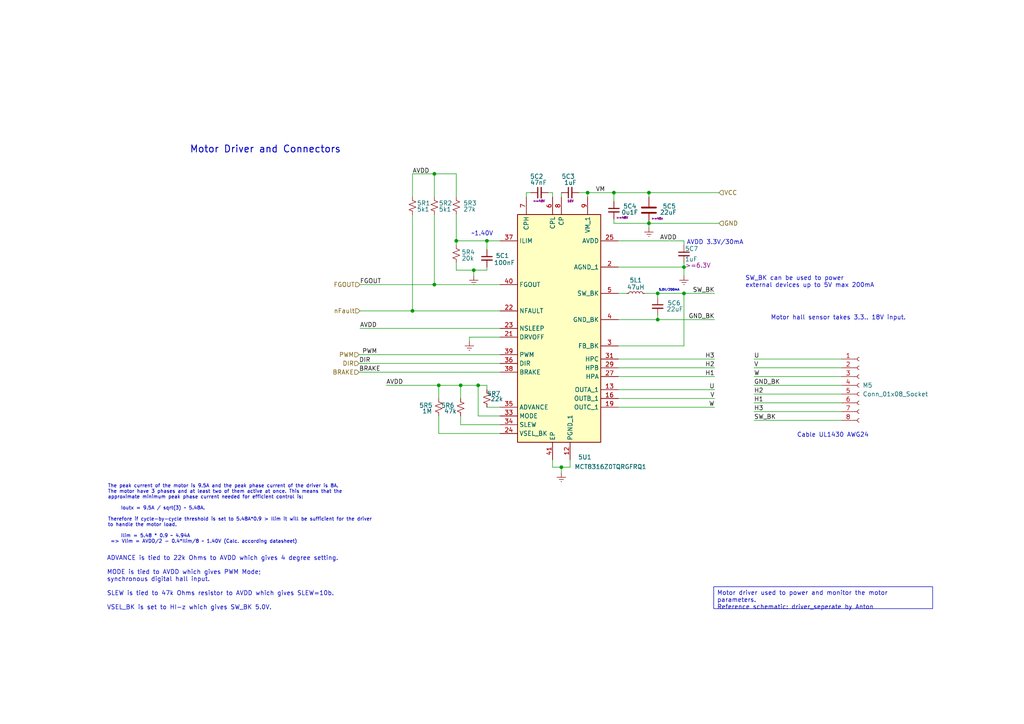
<source format=kicad_sch>
(kicad_sch (version 20231120) (generator "eeschema") (generator_version "8.0")
  (paper "A4")
  (lib_symbols
    (symbol "Connector:Conn_01x08_Socket" (pin_names (offset 1.016) hide)
      (property "Reference" "J" (at 0 10.16 0))
      (property "Value" "Conn_01x08_Socket" (at 0 -12.7 0))
      (symbol "Conn_01x08_Socket_1_1"
        (arc (start 0 -9.652) (mid -0.5058 -10.16) (end 0 -10.668) (stroke (width 0.1524)))
        (arc (start 0 -7.112) (mid -0.5058 -7.62) (end 0 -8.128) (stroke (width 0.1524)))
        (arc (start 0 -4.572) (mid -0.5058 -5.08) (end 0 -5.588) (stroke (width 0.1524)))
        (arc (start 0 -2.032) (mid -0.5058 -2.54) (end 0 -3.048) (stroke (width 0.1524)))
        (polyline (pts (xy -1.27 -10.16) (xy -0.508 -10.16)) (stroke (width 0.1524)))
        (polyline (pts (xy -1.27 -7.62) (xy -0.508 -7.62)) (stroke (width 0.1524)))
        (polyline (pts (xy -1.27 -5.08) (xy -0.508 -5.08)) (stroke (width 0.1524)))
        (polyline (pts (xy -1.27 -2.54) (xy -0.508 -2.54)) (stroke (width 0.1524)))
        (polyline (pts (xy -1.27 0) (xy -0.508 0)) (stroke (width 0.1524)))
        (polyline (pts (xy -1.27 2.54) (xy -0.508 2.54)) (stroke (width 0.1524)))
        (polyline (pts (xy -1.27 5.08) (xy -0.508 5.08)) (stroke (width 0.1524)))
        (polyline (pts (xy -1.27 7.62) (xy -0.508 7.62)) (stroke (width 0.1524)))
        (arc (start 0 0.508) (mid -0.5058 0) (end 0 -0.508) (stroke (width 0.1524)))
        (arc (start 0 3.048) (mid -0.5058 2.54) (end 0 2.032) (stroke (width 0.1524)))
        (arc (start 0 5.588) (mid -0.5058 5.08) (end 0 4.572) (stroke (width 0.1524)))
        (arc (start 0 8.128) (mid -0.5058 7.62) (end 0 7.112) (stroke (width 0.1524)))
        (pin passive line (at -5.08 7.62 0) (length 3.81) (name "Pin_1") (number "1"))
        (pin passive line (at -5.08 5.08 0) (length 3.81) (name "Pin_2") (number "2"))
        (pin passive line (at -5.08 2.54 0) (length 3.81) (name "Pin_3") (number "3"))
        (pin passive line (at -5.08 0 0) (length 3.81) (name "Pin_4") (number "4"))
        (pin passive line (at -5.08 -2.54 0) (length 3.81) (name "Pin_5") (number "5"))
        (pin passive line (at -5.08 -5.08 0) (length 3.81) (name "Pin_6") (number "6"))
        (pin passive line (at -5.08 -7.62 0) (length 3.81) (name "Pin_7") (number "7"))
        (pin passive line (at -5.08 -10.16 0) (length 3.81) (name "Pin_8") (number "8"))
      )
    )
    (symbol "Device:C" (pin_numbers hide) (pin_names (offset 0.254))
      (property "Reference" "C" (at 0.635 2.54 0))
      (property "Value" "C" (at 0.635 -2.54 0))
      (symbol "C_0_1"
        (polyline (pts (xy -2.032 -0.762) (xy 2.032 -0.762)) (stroke (width 0.508)))
        (polyline (pts (xy -2.032 0.762) (xy 2.032 0.762)) (stroke (width 0.508)))
      )
      (symbol "C_1_1"
        (pin passive line (at 0 3.81 270) (length 2.794) (name "~") (number "1"))
        (pin passive line (at 0 -3.81 90) (length 2.794) (name "~") (number "2"))
      )
    )
    (symbol "Device:C_Small" (pin_numbers hide) (pin_names (offset 0.254) hide)
      (property "Reference" "C" (at 0.254 1.778 0))
      (property "Value" "C_Small" (at 0.254 -2.032 0))
      (symbol "C_Small_0_1"
        (polyline (pts (xy -1.524 -0.508) (xy 1.524 -0.508)) (stroke (width 0.3302)))
        (polyline (pts (xy -1.524 0.508) (xy 1.524 0.508)) (stroke (width 0.3048)))
      )
      (symbol "C_Small_1_1"
        (pin passive line (at 0 2.54 270) (length 2.032) (name "~") (number "1"))
        (pin passive line (at 0 -2.54 90) (length 2.032) (name "~") (number "2"))
      )
    )
    (symbol "Device:L_Small" (pin_numbers hide) (pin_names (offset 0.254) hide)
      (property "Reference" "L" (at 0.762 1.016 0))
      (property "Value" "L_Small" (at 0.762 -1.016 0))
      (symbol "L_Small_0_1"
        (arc (start 0 -2.032) (mid 0.5058 -1.524) (end 0 -1.016))
        (arc (start 0 -1.016) (mid 0.5058 -0.508) (end 0 0))
        (arc (start 0 0) (mid 0.5058 0.508) (end 0 1.016))
        (arc (start 0 1.016) (mid 0.5058 1.524) (end 0 2.032))
      )
      (symbol "L_Small_1_1"
        (pin passive line (at 0 2.54 270) (length 0.508) (name "~") (number "1"))
        (pin passive line (at 0 -2.54 90) (length 0.508) (name "~") (number "2"))
      )
    )
    (symbol "Device:R_Small_US" (pin_numbers hide) (pin_names (offset 0.254) hide)
      (property "Reference" "R" (at 0.762 0.508 0))
      (property "Value" "R_Small_US" (at 0.762 -1.016 0))
      (symbol "R_Small_US_1_1"
        (polyline (pts (xy 0 0) (xy 1.016 -0.381) (xy 0 -0.762) (xy -1.016 -1.143) (xy 0 -1.524)))
        (polyline (pts (xy 0 1.524) (xy 1.016 1.143) (xy 0 0.762) (xy -1.016 0.381) (xy 0 0)))
        (pin passive line (at 0 2.54 270) (length 1.016) (name "~") (number "1"))
        (pin passive line (at 0 -2.54 90) (length 1.016) (name "~") (number "2"))
      )
    )
    (symbol "MCT8316Z0TQRGFRQ1:MCT8316Z0TQRGFRQ1"
      (property "Reference" "IC?" (at 5.08 -54.61 0))
      (property "Value" "MCT8316Z0TQRGFRQ1" (at 21.59 -54.61 0))
      (symbol "MCT8316Z0TQRGFRQ1_1_1"
        (rectangle (start 5.08 12.7) (end 29.21 -53.34) (stroke (width 0.254)) (fill (type background)))
        (pin no_connect line (at 29.21 -5.08 180) (length 5.08) hide (name "NC") (number "1"))
        (pin passive line (at 25.4 17.78 270) (length 5.08) hide (name "VM_2") (number "10"))
        (pin passive line (at 25.4 17.78 270) (length 5.08) hide (name "VM_3") (number "11"))
        (pin passive line (at 20.32 -58.42 90) (length 5.08) (name "PGND_1") (number "12"))
        (pin passive line (at 34.29 -38.1 180) (length 5.08) (name "OUTA_1") (number "13"))
        (pin passive line (at 34.29 -38.1 180) (length 5.08) hide (name "OUTA_2") (number "14"))
        (pin passive line (at 20.32 -58.42 90) (length 5.08) hide (name "PGND_2") (number "15"))
        (pin passive line (at 34.29 -40.64 180) (length 5.08) (name "OUTB_1") (number "16"))
        (pin passive line (at 34.29 -40.64 180) (length 5.08) hide (name "OUTB_2") (number "17"))
        (pin passive line (at 20.32 -58.42 90) (length 5.08) hide (name "PGND_3") (number "18"))
        (pin passive line (at 34.29 -43.18 180) (length 5.08) (name "OUTC_1") (number "19"))
        (pin passive line (at 34.29 -2.54 180) (length 5.08) (name "AGND_1") (number "2"))
        (pin passive line (at 34.29 -43.18 180) (length 5.08) hide (name "OUTC_2") (number "20"))
        (pin passive line (at 0 -22.86 0) (length 5.08) (name "DRVOFF") (number "21"))
        (pin passive line (at 0 -15.24 0) (length 5.08) (name "NFAULT") (number "22"))
        (pin passive line (at 0 -20.32 0) (length 5.08) (name "NSLEEP") (number "23"))
        (pin passive line (at 0 -50.8 0) (length 5.08) (name "VSEL_BK") (number "24"))
        (pin passive line (at 34.29 5.08 180) (length 5.08) (name "AVDD") (number "25"))
        (pin passive line (at 34.29 -2.54 180) (length 5.08) hide (name "AGND_2") (number "26"))
        (pin passive line (at 34.29 -34.29 180) (length 5.08) (name "HPA") (number "27"))
        (pin no_connect line (at 29.21 -21.59 180) (length 5.08) hide (name "HNA") (number "28"))
        (pin passive line (at 34.29 -31.75 180) (length 5.08) (name "HPB") (number "29"))
        (pin passive line (at 34.29 -25.4 180) (length 5.08) (name "FB_BK") (number "3"))
        (pin no_connect line (at 29.21 -21.59 180) (length 5.08) hide (name "HNB") (number "30"))
        (pin passive line (at 34.29 -29.21 180) (length 5.08) (name "HPC") (number "31"))
        (pin no_connect line (at 29.21 -21.59 180) (length 5.08) hide (name "HNC") (number "32"))
        (pin passive line (at 0 -45.72 0) (length 5.08) (name "MODE") (number "33"))
        (pin passive line (at 0 -48.26 0) (length 5.08) (name "SLEW") (number "34"))
        (pin passive line (at 0 -43.18 0) (length 5.08) (name "ADVANCE") (number "35"))
        (pin passive line (at 0 -30.48 0) (length 5.08) (name "DIR") (number "36"))
        (pin passive line (at 0 5.08 0) (length 5.08) (name "ILIM") (number "37"))
        (pin passive line (at 0 -33.02 0) (length 5.08) (name "BRAKE") (number "38"))
        (pin passive line (at 0 -27.94 0) (length 5.08) (name "PWM") (number "39"))
        (pin passive line (at 34.29 -17.78 180) (length 5.08) (name "GND_BK") (number "4"))
        (pin passive line (at 0 -7.62 0) (length 5.08) (name "FGOUT") (number "40"))
        (pin passive line (at 15.24 -58.42 90) (length 5.08) (name "EP") (number "41"))
        (pin passive line (at 34.29 -10.16 180) (length 5.08) (name "SW_BK") (number "5"))
        (pin passive line (at 15.24 17.78 270) (length 5.08) (name "CPL") (number "6"))
        (pin passive line (at 7.62 17.78 270) (length 5.08) (name "CPH") (number "7"))
        (pin passive line (at 17.78 17.78 270) (length 5.08) (name "CP") (number "8"))
        (pin passive line (at 25.4 17.78 270) (length 5.08) (name "VM_1") (number "9"))
      )
    )
    (symbol "power:GNDREF" (power) (pin_names (offset 0))
      (property "Value" "GNDREF" (at 0 -3.81 0))
      (symbol "GNDREF_0_1"
        (polyline (pts (xy -0.635 -1.905) (xy 0.635 -1.905)))
        (polyline (pts (xy -0.127 -2.54) (xy 0.127 -2.54)))
        (polyline (pts (xy 0 -1.27) (xy 0 0)))
        (polyline (pts (xy 1.27 -1.27) (xy -1.27 -1.27)))
      )
      (symbol "GNDREF_1_1"
        (pin power_in line (at 0 0 270) (length 0) hide (name "GNDREF") (number "1"))
      )
    )
  )
  (junction (at 127.254 111.76))
  (junction (at 188.214 55.88))
  (junction (at 125.984 50.419))
  (junction (at 162.814 135.509))
  (junction (at 119.634 90.17))
  (junction (at 138.684 111.76))
  (junction (at 170.434 55.88))
  (junction (at 188.214 64.77))
  (junction (at 178.054 55.88))
  (junction (at 198.374 77.47))
  (junction (at 198.374 85.09))
  (junction (at 125.984 82.55))
  (junction (at 190.754 85.09))
  (junction (at 132.334 69.85))
  (junction (at 190.754 92.71))
  (junction (at 133.604 111.76))
  (junction (at 137.414 78.359))
  (junction (at 141.224 69.85))
  (wire (pts (xy 178.054 63.5) (xy 178.054 64.77)))
  (wire (pts (xy 188.214 55.88) (xy 188.214 57.15)))
  (wire (pts (xy 133.604 123.19) (xy 145.034 123.19)))
  (wire (pts (xy 198.374 69.85) (xy 198.374 71.12)))
  (wire (pts (xy 104.394 95.25) (xy 145.034 95.25)))
  (wire (pts (xy 152.654 55.88) (xy 153.924 55.88)))
  (wire (pts (xy 141.224 77.47) (xy 141.224 78.359)))
  (wire (pts (xy 141.224 111.76) (xy 141.224 113.03)))
  (wire (pts (xy 179.324 100.33) (xy 198.374 100.33)))
  (wire (pts (xy 198.374 85.09) (xy 207.264 85.09)))
  (wire (pts (xy 218.694 119.38) (xy 244.094 119.38)))
  (wire (pts (xy 179.324 92.71) (xy 190.754 92.71)))
  (wire (pts (xy 218.694 109.22) (xy 244.094 109.22)))
  (wire (pts (xy 127.254 120.65) (xy 127.254 125.73)))
  (wire (pts (xy 132.334 78.359) (xy 132.334 76.2)))
  (wire (pts (xy 132.334 69.85) (xy 132.334 71.12)))
  (wire (pts (xy 198.374 77.47) (xy 198.374 80.01)))
  (wire (pts (xy 137.414 78.359) (xy 141.224 78.359)))
  (wire (pts (xy 179.324 118.11) (xy 207.264 118.11)))
  (wire (pts (xy 218.694 111.76) (xy 244.094 111.76)))
  (wire (pts (xy 119.634 90.17) (xy 145.034 90.17)))
  (wire (pts (xy 104.14 105.41) (xy 145.034 105.41)))
  (wire (pts (xy 188.214 64.77) (xy 208.534 64.77)))
  (wire (pts (xy 179.324 106.68) (xy 207.264 106.68)))
  (wire (pts (xy 132.334 50.419) (xy 132.334 57.15)))
  (wire (pts (xy 188.214 55.88) (xy 208.534 55.88)))
  (wire (pts (xy 190.754 85.09) (xy 190.754 86.36)))
  (wire (pts (xy 136.144 97.79) (xy 145.034 97.79)))
  (wire (pts (xy 141.224 69.85) (xy 141.224 72.39)))
  (wire (pts (xy 141.224 118.11) (xy 145.034 118.11)))
  (wire (pts (xy 190.754 92.71) (xy 207.264 92.71)))
  (wire (pts (xy 112.014 111.76) (xy 127.254 111.76)))
  (wire (pts (xy 138.684 111.76) (xy 141.224 111.76)))
  (wire (pts (xy 165.354 135.509) (xy 162.814 135.509)))
  (wire (pts (xy 137.414 78.359) (xy 137.414 80.01)))
  (wire (pts (xy 178.054 64.77) (xy 188.214 64.77)))
  (wire (pts (xy 218.694 106.68) (xy 244.094 106.68)))
  (wire (pts (xy 162.814 135.509) (xy 162.814 137.16)))
  (wire (pts (xy 179.324 109.22) (xy 207.264 109.22)))
  (wire (pts (xy 218.694 114.3) (xy 244.094 114.3)))
  (wire (pts (xy 125.984 50.419) (xy 125.984 57.15)))
  (wire (pts (xy 218.694 121.92) (xy 244.094 121.92)))
  (wire (pts (xy 119.634 62.23) (xy 119.634 90.17)))
  (wire (pts (xy 188.214 64.77) (xy 188.214 66.04)))
  (wire (pts (xy 136.144 97.79) (xy 136.144 99.06)))
  (wire (pts (xy 165.354 133.35) (xy 165.354 135.509)))
  (wire (pts (xy 170.434 55.88) (xy 170.434 57.15)))
  (wire (pts (xy 125.984 50.419) (xy 132.334 50.419)))
  (wire (pts (xy 127.254 115.57) (xy 127.254 111.76)))
  (wire (pts (xy 104.14 107.95) (xy 145.034 107.95)))
  (wire (pts (xy 119.634 50.419) (xy 119.634 57.15)))
  (wire (pts (xy 186.944 85.09) (xy 190.754 85.09)))
  (wire (pts (xy 218.694 116.84) (xy 244.094 116.84)))
  (wire (pts (xy 160.274 55.88) (xy 159.004 55.88)))
  (wire (pts (xy 170.434 55.88) (xy 178.054 55.88)))
  (wire (pts (xy 179.324 115.57) (xy 207.264 115.57)))
  (wire (pts (xy 132.334 69.85) (xy 141.224 69.85)))
  (wire (pts (xy 190.754 91.44) (xy 190.754 92.71)))
  (wire (pts (xy 138.684 120.65) (xy 145.034 120.65)))
  (wire (pts (xy 104.14 102.87) (xy 145.034 102.87)))
  (wire (pts (xy 179.324 69.85) (xy 198.374 69.85)))
  (wire (pts (xy 132.334 62.23) (xy 132.334 69.85)))
  (wire (pts (xy 152.654 55.88) (xy 152.654 57.15)))
  (wire (pts (xy 179.324 113.03) (xy 207.264 113.03)))
  (wire (pts (xy 162.814 135.509) (xy 160.274 135.509)))
  (wire (pts (xy 198.374 85.09) (xy 198.374 100.33)))
  (wire (pts (xy 119.634 50.419) (xy 125.984 50.419)))
  (wire (pts (xy 179.324 104.14) (xy 207.264 104.14)))
  (wire (pts (xy 160.274 135.509) (xy 160.274 133.35)))
  (wire (pts (xy 190.754 85.09) (xy 198.374 85.09)))
  (wire (pts (xy 133.604 120.65) (xy 133.604 123.19)))
  (wire (pts (xy 160.274 55.88) (xy 160.274 57.15)))
  (wire (pts (xy 179.324 85.09) (xy 181.864 85.09)))
  (wire (pts (xy 167.894 55.88) (xy 170.434 55.88)))
  (wire (pts (xy 179.324 77.47) (xy 198.374 77.47)))
  (wire (pts (xy 137.414 78.359) (xy 132.334 78.359)))
  (wire (pts (xy 125.984 82.55) (xy 145.034 82.55)))
  (wire (pts (xy 125.984 62.23) (xy 125.984 82.55)))
  (wire (pts (xy 218.694 104.14) (xy 244.094 104.14)))
  (wire (pts (xy 178.054 55.88) (xy 178.054 58.42)))
  (wire (pts (xy 133.604 111.76) (xy 138.684 111.76)))
  (wire (pts (xy 178.054 55.88) (xy 188.214 55.88)))
  (wire (pts (xy 141.224 69.85) (xy 145.034 69.85)))
  (wire (pts (xy 127.254 125.73) (xy 145.034 125.73)))
  (wire (pts (xy 162.814 55.88) (xy 162.814 57.15)))
  (wire (pts (xy 198.374 76.2) (xy 198.374 77.47)))
  (wire (pts (xy 125.984 82.55) (xy 104.394 82.55)))
  (wire (pts (xy 127.254 111.76) (xy 133.604 111.76)))
  (wire (pts (xy 133.604 111.76) (xy 133.604 115.57)))
  (wire (pts (xy 104.394 90.17) (xy 119.634 90.17)))
  (wire (pts (xy 138.684 111.76) (xy 138.684 120.65)))
  (text_box "Motor driver used to power and monitor the motor parameters.\nReference schematic: driver_seperate by Anton" (at 207.01 170.18 0) (size 63.5 6.35) (effects (font (size 1.27 1.27)) (justify left top)))
  (text "SW_BK can be used to power \nexternal devices up to 5V max 200mA\n" (at 216.154 83.566 0) (effects (font (size 1.27 1.27)) (justify left bottom)))
  (text "5.0V/200mA" (at 191.008 84.582 0) (effects (font (size 0.635 0.635)) (justify left bottom)))
  (text "Cable UL1430 AWG24" (at 231.14 127 0) (effects (font (size 1.27 1.27)) (justify left bottom)))
  (text "ADVANCE is tied to 22k Ohms to AVDD which gives 4 degree setting.\n\nMODE is tied to AVDD which gives PWM Mode;\nsynchronous digital hall input.\n\nSLEW is tied to 47k Ohms resistor to AVDD which gives SLEW=10b.\n\nVSEL_BK is set to HI-z which gives SW_BK 5.0V." (at 30.988 177.038 0) (effects (font (size 1.27 1.27)) (justify left bottom)))
  (text "~1.40V" (at 136.652 68.58 0) (effects (font (size 1.27 1.27)) (justify left bottom)))
  (text "AVDD 3.3V/30mA" (at 199.136 71.12 0) (effects (font (size 1.27 1.27)) (justify left bottom)))
  (text "Motor Driver and Connectors" (at 54.991 44.577 0) (effects (font (size 2 2) (thickness 0.254) (bold yes)) (justify left bottom)))
  (text "Motor hall sensor takes 3.3.. 18V input." (at 223.52 92.964 0) (effects (font (size 1.27 1.27)) (justify left bottom)))
  (text "The peak current of the motor is 9.5A and the peak phase current of the driver is 8A.\nThe motor have 3 phases and at least two of them active at once. This means that the\napproximate minimum peak phase current needed for efficient control is:\n	\n	Ioutx = 9.5A / sqrt(3) ~ 5.48A.\n\nTherefore if cycle-by-cycle threshold is set to 5.48A*0.9 > Ilim it will be sufficient for the driver\nto handle the motor load.\n\n	Ilim = 5.48 * 0.9 ~ 4.94A\n => Vlim = AVDD/2 - 0.4*Ilim/8 ~ 1.40V (Calc. according datasheet)" (at 31.242 157.734 0) (effects (font (size 1 1)) (justify left bottom)))
  (label "AVDD" (at 191.389 69.85 0))
  (label "U" (at 207.264 113.03 180))
  (label "H1" (at 218.694 116.84 0))
  (label "H3" (at 218.694 119.38 0))
  (label "H2" (at 207.264 106.68 180))
  (label "V" (at 207.264 115.57 180))
  (label "U" (at 218.694 104.14 0))
  (label "SW_BK" (at 218.694 121.92 0))
  (label "PWM" (at 105.029 102.87 0))
  (label "AVDD" (at 104.394 95.25 0))
  (label "FGOUT" (at 104.394 82.55 0))
  (label "W" (at 218.694 109.22 0))
  (label "H3" (at 207.264 104.14 180))
  (label "GND_BK" (at 218.694 111.76 0))
  (label "V" (at 218.694 106.68 0))
  (label "SW_BK" (at 207.264 85.09 180))
  (label "VM" (at 175.514 55.88 180))
  (label "H1" (at 207.264 109.22 180))
  (label "H2" (at 218.694 114.3 0))
  (label "GND_BK" (at 207.264 92.71 180))
  (label "BRAKE" (at 104.14 107.95 0))
  (label "AVDD" (at 119.634 50.546 0))
  (label "AVDD" (at 112.014 111.76 0))
  (label "W" (at 207.264 118.11 180))
  (label "DIR" (at 104.14 105.41 0))
  (hierarchical_label "BRAKE" (shape input) (at 104.14 107.95 180))
  (hierarchical_label "PWM" (shape input) (at 104.14 102.87 180))
  (hierarchical_label "nFault" (shape input) (at 104.394 90.17 180))
  (hierarchical_label "FGOUT" (shape input) (at 104.394 82.55 180))
  (hierarchical_label "VCC" (shape input) (at 208.534 55.88 0))
  (hierarchical_label "GND" (shape input) (at 208.534 64.77 0))
  (hierarchical_label "DIR" (shape input) (at 104.14 105.41 180))
  (symbol (lib_id "power:GNDREF") (at 136.144 99.06 0) (unit 1)
    (property "Reference" "#PWR043" (effects (hide yes)))
    (property "Value" "GNDREF" (effects (hide yes)))
  )
  (symbol (lib_id "Device:C_Small") (at 141.224 74.93 0) (unit 1)
    (property "Reference" "5C1" (at 143.764 74.168 0) (effects (justify left)))
    (property "Value" "100nF" (at 143.256 76.2 0) (effects (justify left)))
    (property "Footprint" "Capacitor_SMD:C_0402_1005Metric" (effects (hide yes)))
    (property "Description" "MFR.Part # CL05B104KO5NNNC JLCPCB Part # C1525" (effects (hide yes)))
  )
  (symbol (lib_id "Device:C_Small") (at 178.054 60.96 0) (unit 1)
    (property "Reference" "5C4" (at 180.721 59.817 0) (effects (justify left)))
    (property "Value" "0u1F" (at 180.213 61.595 0) (effects (justify left)))
    (property "Footprint" "Capacitor_SMD:C_0402_1005Metric" (effects (hide yes)))
    (property "Description" "MFR.Part # CL05B104KB54PNC JLCPCB Part # C307331" (effects (hide yes)))
    (property "Voltage" ">=48V" (at 180.467 63.119 0) (effects (font (size 0.635 0.635))))
  )
  (symbol (lib_id "Device:R_Small_US") (at 119.634 59.69 0) (unit 1)
    (property "Reference" "5R1" (at 120.904 58.928 0) (effects (justify left)))
    (property "Value" "5k1" (at 120.904 60.706 0) (effects (justify left)))
    (property "Footprint" "Resistor_SMD:R_0603_1608Metric" (effects (hide yes)))
    (property "Description" "MFR.Part # ERJ3GEYJ512V JLCPCB Part # C403509" (effects (hide yes)))
  )
  (symbol (lib_id "Device:C_Small") (at 165.354 55.88 90) (unit 1)
    (property "Reference" "5C3" (at 166.751 51.181 90) (effects (justify left)))
    (property "Value" "1uF" (at 167.259 52.959 90) (effects (justify left)))
    (property "Footprint" "Capacitor_SMD:C_0402_1005Metric" (effects (hide yes)))
    (property "Description" "MFR.Part # CL05A105KP5NNNC JLCPCB Part # C14445" (effects (hide yes)))
    (property "Voltage" "16V" (at 165.481 58.293 90) (effects (font (size 0.635 0.635))))
  )
  (symbol (lib_id "Device:L_Small") (at 184.404 85.09 90) (unit 1)
    (property "Reference" "5L1" (at 184.404 81.28 90))
    (property "Value" "47uH" (at 184.404 83.312 90))
    (property "Footprint" "Inductor_SMD:L_0805_2012Metric" (effects (hide yes)))
    (property "Description" "MFR.Part # CMI201212J470KT JLCPCB Part # C105499" (effects (hide yes)))
  )
  (symbol (lib_id "Device:R_Small_US") (at 125.984 59.69 0) (unit 1)
    (property "Reference" "5R2" (at 127.254 58.928 0) (effects (justify left)))
    (property "Value" "5k1" (at 127.254 60.706 0) (effects (justify left)))
    (property "Footprint" "Resistor_SMD:R_0603_1608Metric" (effects (hide yes)))
    (property "Description" "MFR.Part # ERJ3GEYJ512V JLCPCB Part # C403509" (effects (hide yes)))
  )
  (symbol (lib_id "power:GNDREF") (at 188.214 66.04 0) (unit 1)
    (property "Reference" "#PWR046" (effects (hide yes)))
    (property "Value" "GNDREF" (effects (hide yes)))
  )
  (symbol (lib_id "Device:C_Small") (at 156.464 55.88 90) (unit 1)
    (property "Reference" "5C2" (at 157.607 51.181 90) (effects (justify left)))
    (property "Value" "47nF" (at 158.623 52.959 90) (effects (justify left)))
    (property "Footprint" "Capacitor_SMD:C_0402_1005Metric" (effects (hide yes)))
    (property "Description" "MFR.Part # CL05B473KB5VPNC JLCPCB Part # C307339" (effects (hide yes)))
    (property "Voltage" ">=48V" (at 156.337 58.293 90) (effects (font (size 0.635 0.635))))
  )
  (symbol (lib_id "power:GNDREF") (at 137.414 80.01 0) (unit 1)
    (property "Reference" "#PWR044" (effects (hide yes)))
    (property "Value" "GNDREF" (effects (hide yes)))
  )
  (symbol (lib_id "Device:R_Small_US") (at 132.334 73.66 0) (unit 1)
    (property "Reference" "5R4" (at 133.858 73.152 0) (effects (justify left)))
    (property "Value" "20k" (at 133.858 74.93 0) (effects (justify left)))
    (property "Footprint" "Resistor_SMD:R_0603_1608Metric" (effects (hide yes)))
    (property "Description" "Resistor, small US symbol" (effects (hide yes)))
  )
  (symbol (lib_id "Device:R_Small_US") (at 132.334 59.69 0) (unit 1)
    (property "Reference" "5R3" (at 134.366 58.928 0) (effects (justify left)))
    (property "Value" "27k" (at 134.366 60.706 0) (effects (justify left)))
    (property "Footprint" "Resistor_SMD:R_0603_1608Metric" (effects (hide yes)))
    (property "Description" "Resistor, small US symbol" (effects (hide yes)))
  )
  (symbol (lib_id "Device:R_Small_US") (at 133.604 118.11 180) (unit 1)
    (property "Reference" "5R6" (at 131.826 117.602 0) (effects (justify left)))
    (property "Value" "47k" (at 132.461 119.253 0) (effects (justify left)))
    (property "Footprint" "Resistor_SMD:R_0402_1005Metric" (effects (hide yes)))
    (property "Description" "Resistor, small US symbol" (effects (hide yes)))
  )
  (symbol (lib_id "Device:R_Small_US") (at 127.254 118.11 180) (unit 1)
    (property "Reference" "5R5" (at 125.476 117.602 0) (effects (justify left)))
    (property "Value" "1M" (at 125.349 119.253 0) (effects (justify left)))
    (property "Footprint" "Resistor_SMD:R_0805_2012Metric" (effects (hide yes)))
    (property "Description" "Resistor, small US symbol" (effects (hide yes)))
  )
  (symbol (lib_id "Device:C_Small") (at 190.754 88.9 0) (unit 1)
    (property "Reference" "5C6" (at 193.548 87.884 0) (effects (justify left)))
    (property "Value" "22uF" (at 193.294 89.662 0) (effects (justify left)))
    (property "Footprint" "Capacitor_SMD:C_0402_1005Metric" (effects (hide yes)))
    (property "Description" "MFR.Part # CL05A226MQ5QUNC JLCPCB Part # C105226" (effects (hide yes)))
  )
  (symbol (lib_id "MCT8316Z0TQRGFRQ1:MCT8316Z0TQRGFRQ1") (at 145.034 74.93 0) (unit 1)
    (property "Reference" "5U1" (at 167.64 132.588 0) (effects (justify left)))
    (property "Value" "MCT8316Z0TQRGFRQ1" (at 166.624 135.382 0) (effects (justify left)))
    (property "Footprint" "MTR:RGF0040E-IPC_B" (effects (hide yes)))
    (property "Reference_1" "IC" (effects (hide yes)))
    (property "Value_1" "MCT8316Z0TQRGFRQ1" (effects (hide yes)))
    (property "Footprint_1" "QFN50P500X700X100-41N-D" (effects (hide yes)))
    (property "Datasheet_1" "https://www.ti.com/lit/ds/symlink/mct8316z-q1.pdf?ts=1644468763902&ref_url=https%253A%252F%252Fwww.ti.com%252Fproduct%252FMCT8316Z-Q1" (effects (hide yes)))
    (property "Height" "1" (effects (hide yes)))
    (property "Mouser Part Number" "595-CT8316Z0TQRGFRQ1" (effects (hide yes)))
    (property "Mouser Price/Stock" "https://www.mouser.co.uk/ProductDetail/Texas-Instruments/MCT8316Z0TQRGFRQ1?qs=doiCPypUmgGjpIW3bYp16w%3D%3D" (effects (hide yes)))
    (property "Manufacturer_Name" "Texas Instruments" (effects (hide yes)))
    (property "Manufacturer_Part_Number" "MCT8316Z0TQRGFRQ1" (effects (hide yes)))
  )
  (symbol (lib_id "Connector:Conn_01x08_Socket") (at 249.174 111.76 0) (unit 1)
    (property "Reference" "M5" (at 250.19 111.7599 0) (effects (justify left)))
    (property "Value" "Conn_01x08_Socket" (at 250.19 114.2999 0) (effects (justify left)))
    (property "Footprint" "Connector_PinHeader_2.54mm:PinHeader_1x08_P2.54mm_Vertical_SMD_Pin1Left" (effects (hide yes)))
    (property "Description" "MFR.Part # X6511WVS-08H-C60D48R2 JLCPCB Part # C2883765" (effects (hide yes)))
  )
  (symbol (lib_id "Device:R_Small_US") (at 141.224 115.57 180) (unit 1)
    (property "Reference" "5R7" (at 145.161 114.173 0) (effects (justify left)))
    (property "Value" "22k" (at 145.923 115.697 0) (effects (justify left)))
    (property "Footprint" "Resistor_SMD:R_0402_1005Metric" (effects (hide yes)))
    (property "Description" "Resistor, small US symbol" (effects (hide yes)))
  )
  (symbol (lib_id "power:GNDREF") (at 162.814 137.16 0) (unit 1)
    (property "Reference" "#PWR045" (effects (hide yes)))
    (property "Value" "GNDREF" (effects (hide yes)))
  )
  (symbol (lib_id "Device:C_Small") (at 198.374 73.66 0) (unit 1)
    (property "Reference" "5C7" (at 198.628 72.136 0) (effects (justify left)))
    (property "Value" "1uF" (at 198.628 75.184 0) (effects (justify left)))
    (property "Footprint" "Capacitor_SMD:C_0402_1005Metric" (effects (hide yes)))
    (property "Description" "MFR.Part # GRM155R61A105KE15D JLCPCB Part # C76999" (effects (hide yes)))
    (property "Voltage" ">=6.3V" (at 202.438 76.962 0))
  )
  (symbol (lib_id "power:GNDREF") (at 198.374 80.01 0) (unit 1)
    (property "Reference" "#PWR048" (effects (hide yes)))
    (property "Value" "GNDREF" (effects (hide yes)))
  )
  (symbol (lib_id "Device:C") (at 188.214 60.96 0) (unit 1)
    (property "Reference" "5C5" (at 192.151 59.817 0) (effects (justify left)))
    (property "Value" "22uF" (at 191.389 61.595 0) (effects (justify left)))
    (property "Footprint" "Capacitor_SMD:C_2220_5750Metric" (effects (hide yes)))
    (property "Description" "MFR.Part # FS55X226K500EHG JLCPCB Part # C784103" (effects (hide yes)))
    (property "Voltage" ">=48v" (at 190.627 63.373 0) (effects (font (size 0.635 0.635))))
  )
)
</source>
